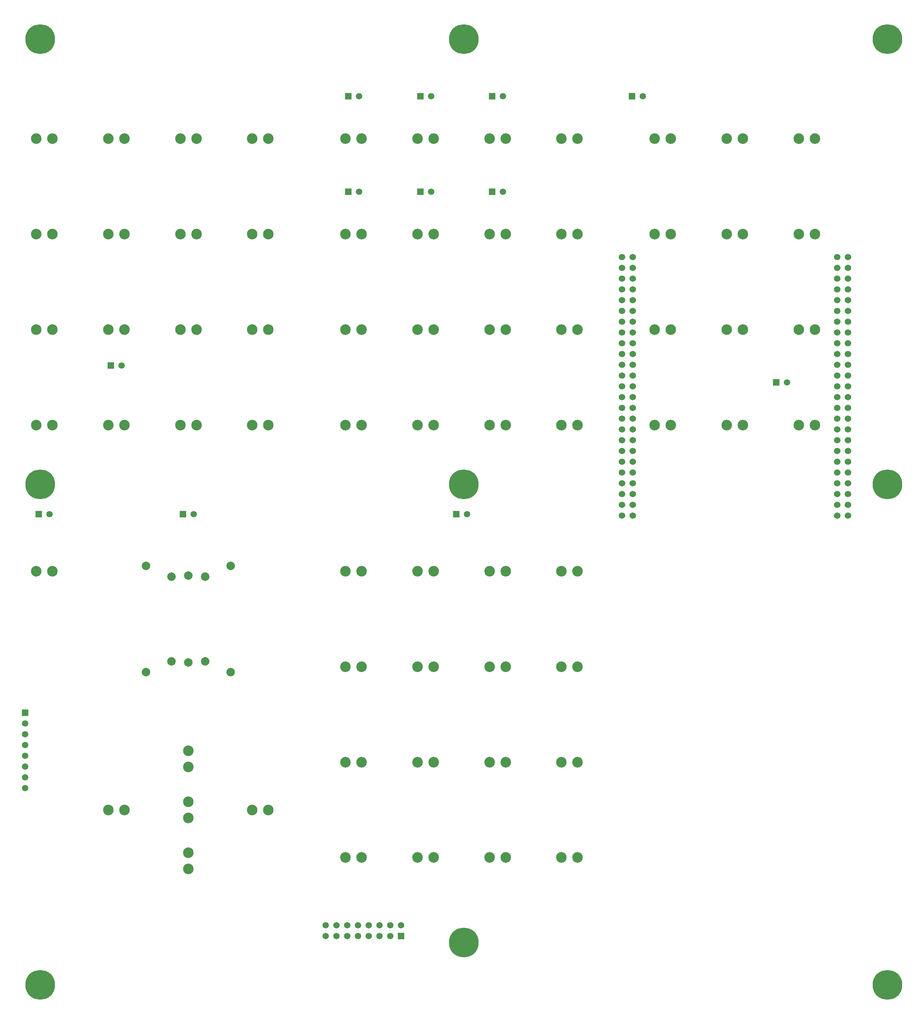
<source format=gbr>
%FSTAX23Y23*%
%MOIN*%
%SFA1B1*%

%IPPOS*%
%ADD21C,0.098425*%
%ADD22C,0.059055*%
%ADD23R,0.059055X0.059055*%
%ADD24C,0.060000*%
%ADD25R,0.059055X0.059055*%
%ADD26C,0.078740*%
%ADD27C,0.275590*%
%LNkeyboardmain_pads_bot-1*%
%LPD*%
G54D21*
X06066Y08051D03*
X06216D03*
X07405Y05393D03*
X07555D03*
X01732Y01746D03*
Y01895D03*
X07405Y06279D03*
X07555D03*
X07405Y07165D03*
X07555D03*
X07405Y08051D03*
X07555D03*
X06736Y05393D03*
X06885D03*
X06736Y06279D03*
X06885D03*
X06736Y07165D03*
X06885D03*
X06736Y08051D03*
X06885D03*
X06066Y05393D03*
X06216D03*
X06066Y06279D03*
X06216D03*
X06066Y07165D03*
X06216D03*
X052Y05393D03*
X0535D03*
X04531D03*
X04681D03*
X03862D03*
X04011D03*
X03192D03*
X03342D03*
X052Y06279D03*
X0535D03*
X04531D03*
X04681D03*
X03862D03*
X04011D03*
X03192D03*
X03342D03*
X052Y07165D03*
X0535D03*
X04531D03*
X04681D03*
X03862D03*
X04011D03*
X03192D03*
X03342D03*
X052Y08051D03*
X0535D03*
X04531D03*
X04681D03*
X03862D03*
X04011D03*
X03192D03*
X03342D03*
X052Y04035D03*
X0535D03*
X052Y03149D03*
X0535D03*
X052Y02263D03*
X0535D03*
X052Y01377D03*
X0535D03*
X04531D03*
X04681D03*
X03862D03*
X04011D03*
X04531Y04035D03*
X04681D03*
X03862D03*
X04011D03*
X03192D03*
X03342D03*
X04531Y03149D03*
X04681D03*
X03862D03*
X04011D03*
X03192D03*
X03342D03*
X04531Y02263D03*
X04681D03*
X03862D03*
X04011D03*
X03192D03*
X03342D03*
X03192Y01377D03*
X03342D03*
X01732Y01273D03*
Y01423D03*
Y02218D03*
Y02368D03*
X02326Y0182D03*
X02476D03*
X00988D03*
X01137D03*
X00318Y04035D03*
X00468D03*
X02326Y05393D03*
X02476D03*
X01657D03*
X01807D03*
X00988D03*
X01137D03*
X00318D03*
X00468D03*
X02326Y06279D03*
X02476D03*
X01657D03*
X01807D03*
X00988D03*
X01137D03*
X00318D03*
X00468D03*
X02326Y07165D03*
X02476D03*
X01657D03*
X01807D03*
X00988D03*
X01137D03*
X00318D03*
X00468D03*
X02326Y08051D03*
X02476D03*
X01657D03*
X01807D03*
X00988D03*
X01137D03*
X00318D03*
X00468D03*
G54D22*
X01112Y05944D03*
X03707Y00749D03*
X03607Y00649D03*
Y00749D03*
X03507Y00649D03*
Y00749D03*
X03407Y00649D03*
Y00749D03*
X03307Y00649D03*
Y00749D03*
X03207Y00649D03*
Y00749D03*
X03107Y00649D03*
Y00749D03*
X03007Y00649D03*
Y00749D03*
X00216Y02621D03*
Y02521D03*
Y02421D03*
Y02321D03*
Y02221D03*
Y02121D03*
Y02021D03*
X04321Y04566D03*
X01782D03*
X00443D03*
X07294Y05787D03*
X04656Y07559D03*
X03987D03*
X03317D03*
X05955Y08444D03*
X04656D03*
X03987D03*
X03317D03*
G54D23*
X01012Y05944D03*
X03707Y00649D03*
X04221Y04566D03*
X01682D03*
X00343D03*
X07194Y05787D03*
X04556Y07559D03*
X03887D03*
X03217D03*
X05855Y08444D03*
X04556D03*
X03887D03*
X03217D03*
G54D24*
X07861Y06951D03*
X07761D03*
X07861Y06851D03*
X07761D03*
X07861Y06751D03*
X07761D03*
X07861Y06651D03*
X07761D03*
X07861Y06551D03*
X07761D03*
X07861Y06451D03*
X07761D03*
X07861Y06351D03*
X07761D03*
X07861Y06251D03*
X07761D03*
X07861Y06151D03*
X07761D03*
X07861Y06051D03*
X07761D03*
X07861Y05951D03*
X07761D03*
X07861Y05851D03*
X07761D03*
X07861Y05751D03*
X07761D03*
X07861Y05651D03*
X07761D03*
X07861Y05551D03*
X07761D03*
X07861Y05451D03*
X07761D03*
X07861Y05351D03*
X07761D03*
X07861Y05251D03*
X07761D03*
X07861Y05151D03*
X07761D03*
X07861Y05051D03*
X07761D03*
X07861Y04951D03*
X07761D03*
X07861Y04851D03*
X07761D03*
X07861Y04751D03*
X07761D03*
X07861Y04651D03*
X07761D03*
X07861Y04551D03*
X07761D03*
X05861Y06951D03*
X05761D03*
X05861Y06851D03*
X05761D03*
X05861Y06751D03*
X05761D03*
X05861Y06651D03*
X05761D03*
X05861Y06551D03*
X05761D03*
X05861Y06451D03*
X05761D03*
X05861Y06351D03*
X05761D03*
X05861Y06251D03*
X05761D03*
X05861Y06151D03*
X05761D03*
X05861Y06051D03*
X05761D03*
X05861Y05951D03*
X05761D03*
X05861Y05851D03*
X05761D03*
X05861Y05751D03*
X05761D03*
X05861Y05651D03*
X05761D03*
X05861Y05551D03*
X05761D03*
X05861Y05451D03*
X05761D03*
X05861Y05351D03*
X05761D03*
X05861Y05251D03*
X05761D03*
X05861Y05151D03*
X05761D03*
X05861Y05051D03*
X05761D03*
X05861Y04951D03*
X05761D03*
X05861Y04851D03*
X05761D03*
X05861Y04751D03*
X05761D03*
X05861Y04651D03*
X05761D03*
X05861Y04551D03*
X05761D03*
G54D25*
X00216Y02721D03*
G54D26*
X01889Y03198D03*
X01574D03*
X01889Y03986D03*
X01574D03*
X01732Y03188D03*
Y03996D03*
X02125Y04084D03*
X01338D03*
X02125Y031D03*
X01338D03*
G54D27*
X00354Y08976D03*
Y04842D03*
Y00196D03*
X04291Y08976D03*
Y04842D03*
Y0059D03*
X08228Y00196D03*
Y04842D03*
Y08976D03*
M02*
</source>
